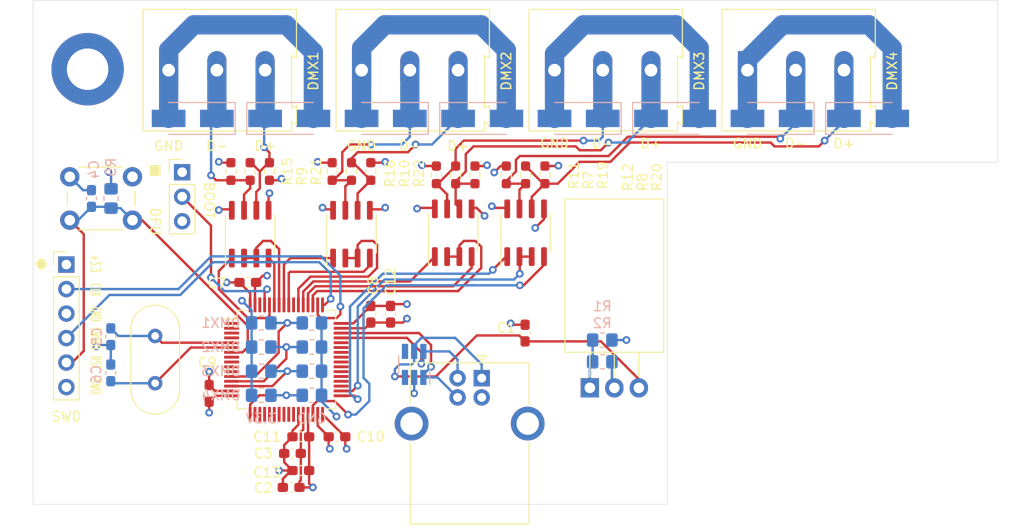
<source format=kicad_pcb>
(kicad_pcb (version 20211014) (generator pcbnew)
  (layers (0 "F.Cu" signal) (1 "In1.Cu" signal) (2 "In2.Cu" signal) (31 "B.Cu" signal) (34 "B.Paste" user) (35 "F.Paste" user) (36 "B.SilkS" user "B.Silkscreen") (37 "F.SilkS" user "F.Silkscreen") (38 "B.Mask" user) (39 "F.Mask" user) (44 "Edge.Cuts" user))
  (net 0 "")
  (net 1 "+5V")
  (net 2 "GND")
  (net 3 "NRST")
  (net 4 "/SWCLK")
  (net 5 "Net-(C5-Pad1)")
  (net 6 "Net-(C6-Pad1)")
  (net 7 "+3V3")
  (net 8 "Net-(D5-Pad1)")
  (net 9 "Net-(D6-Pad1)")
  (net 10 "Net-(D7-Pad1)")
  (net 11 "Net-(D8-Pad1)")
  (net 12 "Net-(D9-Pad1)")
  (net 13 "Net-(D10-Pad1)")
  (net 14 "Net-(D11-Pad1)")
  (net 15 "Net-(D12-Pad1)")
  (net 16 "/SWDIO")
  (net 17 "/SWO")
  (net 19 "Net-(JP1-Pad2)")
  (net 20 "Net-(R1-Pad1)")
  (net 21 "USB+")
  (net 22 "USB-")
  (net 38 "DMX2_TX")
  (net 39 "DMX2_RX")
  (net 40 "DMX2_DE")
  (net 50 "DMX4_TX")
  (net 51 "DMX4_RX")
  (net 52 "DMX4_DE")
  (net 54 "DMX1_TX")
  (net 55 "DMX1_RX")
  (net 56 "DMX3_DE")
  (net 57 "DMX3_TX")
  (net 58 "DMX3_RX")
  (net 59 "DMX1_DE")
  (net 63 "Net-(DMX1-Pad1)")
  (net 64 "Net-(DMX2-Pad1)")
  (net 65 "Net-(DMX3-Pad1)")
  (net 66 "Net-(DMX4-Pad1)")
  (footprint "Resistor_SMD:R_0603_1608Metric_Pad0.98x0.95mm_HandSolder" (layer "F.Cu") (at 74.55 93.35 -90)
    (fp_text reference "R7")
    (fp_text value "130")
  )
  (footprint "Resistor_SMD:R_0603_1608Metric_Pad0.98x0.95mm_HandSolder" (layer "F.Cu") (at 61.75 93 90)
    (fp_text reference "R16")
    (fp_text value "560")
  )
  (footprint "TerminalBlock:TerminalBlock_Altech_AK300-3_P5.00mm" (layer "F.Cu") (at 104.8 82.5)
    (fp_text reference "J4" hide)
    (fp_text value "DMX")
  )
  (footprint "TerminalBlock:TerminalBlock_Altech_AK300-3_P5.00mm" (layer "F.Cu") (at 84.8 82.5)
    (fp_text reference "J3" hide)
    (fp_text value "DMX")
  )
  (footprint "TerminalBlock:TerminalBlock_Altech_AK300-3_P5.00mm" (layer "F.Cu") (at 64.8 82.5)
    (fp_text reference "J6" hide)
    (fp_text value "DMX")
  )
  (footprint "Capacitor_SMD:C_0603_1608Metric_Pad1.08x0.95mm_HandSolder" (layer "F.Cu") (at 65.75 107.8 90)
    (fp_text reference "C8")
    (fp_text value "100nF")
  )
  (footprint "Capacitor_SMD:C_0603_1608Metric_Pad1.08x0.95mm_HandSolder" (layer "F.Cu") (at 58.5 120.5)
    (fp_text reference "C11")
    (fp_text value "10nF")
  )
  (footprint "Resistor_SMD:R_0603_1608Metric_Pad0.98x0.95mm_HandSolder" (layer "F.Cu") (at 65.75 93 90)
    (fp_text reference "R22")
    (fp_text value "560")
  )
  (footprint "Connector_PinHeader_2.54mm:PinHeader_1x06_P2.54mm_Vertical" (layer "F.Cu") (at 34.2 102.65)
    (fp_text reference "J8" hide)
    (fp_text value "SWD")
  )
  (footprint "TerminalBlock:TerminalBlock_Altech_AK300-3_P5.00mm" (layer "F.Cu") (at 44.8 82.5)
    (fp_text reference "J5" hide)
    (fp_text value "DMX")
  )
  (footprint "Capacitor_SMD:C_0603_1608Metric_Pad1.08x0.95mm_HandSolder" (layer "F.Cu") (at 67.8 107.8 90)
    (fp_text reference "C12")
    (fp_text value "4.7uF")
  )
  (footprint "MountingHole:MountingHole_3.2mm_M3" (layer "F.Cu") (at 36.8 123.2)
    (fp_text reference "REF**" hide)
    (fp_text value "MountingHole_3.2mm_M3")
  )
  (footprint "Connector_USB:USB_B_OST_USB-B1HSxx_Horizontal" (layer "F.Cu") (at 77.25 114.4225 -90)
    (fp_text reference "J7" hide)
    (fp_text value "USB_B")
  )
  (footprint "Resistor_SMD:R_0603_1608Metric_Pad0.98x0.95mm_HandSolder" (layer "F.Cu") (at 81.8 93.35 90)
    (fp_text reference "R8")
    (fp_text value "130")
  )
  (footprint "Button_Switch_THT:SW_PUSH_6mm" (layer "F.Cu") (at 34.55 93.55)
    (fp_text reference "SW1" hide)
    (fp_text value "SW_Push")
  )
  (footprint "Capacitor_SMD:C_0603_1608Metric_Pad1.08x0.95mm_HandSolder" (layer "F.Cu") (at 53 104.5 180)
    (fp_text reference "C7")
    (fp_text value "100nF")
  )
  (footprint "Capacitor_SMD:C_0603_1608Metric_Pad1.08x0.95mm_HandSolder" (layer "F.Cu") (at 81.75 109.75 90)
    (fp_text reference "C1")
    (fp_text value "1μF")
  )
  (footprint "Package_SO:SOIC-8_3.9x4.9mm_P1.27mm" (layer "F.Cu") (at 74.3 99.35 90)
    (fp_text reference "U6" hide)
    (fp_text value "MAX3440E")
  )
  (footprint "MountingHole:MountingHole_3.2mm_M3" (layer "F.Cu") (at 90.8 123.2)
    (fp_text reference "REF**" hide)
    (fp_text value "MountingHole_3.2mm_M3")
  )
  (footprint "Package_QFP:LQFP-64_10x10mm_P0.5mm" (layer "F.Cu") (at 57 112.5)
    (fp_text reference "U3" hide)
    (fp_text value "STM32G441RB")
  )
  (footprint "Capacitor_SMD:C_0603_1608Metric_Pad1.08x0.95mm_HandSolder" (layer "F.Cu") (at 62.25 120.5)
    (fp_text reference "C10")
    (fp_text value "100nF")
  )
  (footprint "Resistor_SMD:R_0603_1608Metric_Pad0.98x0.95mm_HandSolder" (layer "F.Cu") (at 55.25 93 -90)
    (fp_text reference "R21")
    (fp_text value "560")
  )
  (footprint "Capacitor_SMD:C_0603_1608Metric_Pad1.08x0.95mm_HandSolder" (layer "F.Cu") (at 57.636766 122.230094 180)
    (fp_text reference "C3")
    (fp_text value "100nF")
  )
  (footprint "Resistor_SMD:R_0603_1608Metric_Pad0.98x0.95mm_HandSolder" (layer "F.Cu") (at 63.75 93 90)
    (fp_text reference "R10")
    (fp_text value "130")
  )
  (footprint "Capacitor_SMD:C_0603_1608Metric_Pad1.08x0.95mm_HandSolder" (layer "F.Cu") (at 57.5 125.75 180)
    (fp_text reference "C2")
    (fp_text value "1uF")
  )
  (footprint "Resistor_SMD:R_0603_1608Metric_Pad0.98x0.95mm_HandSolder" (layer "F.Cu") (at 79.8 93.35 90)
    (fp_text reference "R12")
    (fp_text value "560")
  )
  (footprint "Package_SO:SOIC-8_3.9x4.9mm_P1.27mm" (layer "F.Cu") (at 63.75 99.5 90)
    (fp_text reference "U7" hide)
    (fp_text value "MAX3440E")
  )
  (footprint "Crystal:Crystal_HC18-U_Vertical" (layer "F.Cu") (at 43.4 110.05 -90)
    (fp_text reference "Y1" hide)
    (fp_text value "25MHz")
  )
  (footprint "Resistor_SMD:R_0603_1608Metric_Pad0.98x0.95mm_HandSolder" (layer "F.Cu") (at 83.8 93.35 -90)
    (fp_text reference "R20")
    (fp_text value "560")
  )
  (footprint "Resistor_SMD:R_0603_1608Metric_Pad0.98x0.95mm_HandSolder" (layer "F.Cu") (at 72.55 93.35 90)
    (fp_text reference "R11")
    (fp_text value "560")
  )
  (footprint "Resistor_SMD:R_0603_1608Metric_Pad0.98x0.95mm_HandSolder" (layer "F.Cu") (at 51.25 93 90)
    (fp_text reference "R15")
    (fp_text value "560")
  )
  (footprint "Capacitor_SMD:C_0603_1608Metric_Pad1.08x0.95mm_HandSolder" (layer "F.Cu") (at 49 116 -90)
    (fp_text reference "C9")
    (fp_text value "100nF")
  )
  (footprint "Capacitor_SMD:C_0603_1608Metric_Pad1.08x0.95mm_HandSolder" (layer "F.Cu") (at 58.5 124)
    (fp_text reference "C13")
    (fp_text value "1uF")
  )
  (footprint "Resistor_SMD:R_0603_1608Metric_Pad0.98x0.95mm_HandSolder" (layer "F.Cu") (at 76.55 93.35 -90)
    (fp_text reference "R19")
    (fp_text value "560")
  )
  (footprint "Package_SO:SOIC-8_3.9x4.9mm_P1.27mm" (layer "F.Cu") (at 81.8 99.35 90)
    (fp_text reference "U5" hide)
    (fp_text value "MAX3440E")
  )
  (footprint "Package_SO:SOIC-8_3.9x4.9mm_P1.27mm" (layer "F.Cu") (at 53.25 99.5 90)
    (fp_text reference "U8" hide)
    (fp_text value "MAX3440E")
  )
  (footprint "Resistor_SMD:R_0603_1608Metric_Pad0.98x0.95mm_HandSolder" (layer "F.Cu") (at 53.25 93 90)
    (fp_text reference "R9")
    (fp_text value "130")
  )
  (footprint "Package_TO_SOT_THT:TO-220-3_Horizontal_TabDown" (layer "F.Cu") (at 88.46 115.43)
    (fp_text reference "U2" hide)
    (fp_text value "LM317_3PinPackage")
  )
  (footprint "Connector_PinHeader_2.54mm:PinHeader_1x03_P2.54mm_Vertical" (layer "F.Cu") (at 46.2 93.075)
    (fp_text reference "JP1" hide)
    (fp_text value "Jumper_3_Bridged12")
  )
  (footprint "MountingHole:MountingHole_3.2mm_M3" (layer "F.Cu") (at 124 82.6)
    (fp_text reference "REF**" hide)
    (fp_text value "MountingHole_3.2mm_M3")
  )
  (footprint "Resistor_SMD:R_0805_2012Metric_Pad1.20x1.40mm_HandSolder" (layer "B.Cu") (at 59.65 113.7)
    (fp_text reference "DMX3")
    (fp_text value "0")
  )
  (footprint "Resistor_SMD:R_0805_2012Metric_Pad1.20x1.40mm_HandSolder" (layer "B.Cu") (at 89.75 112.725)
    (fp_text reference "R2")
    (fp_text value "240")
  )
  (footprint "Resistor_SMD:R_0805_2012Metric_Pad1.20x1.40mm_HandSolder" (layer "B.Cu") (at 59.65 108.7)
    (fp_text reference "DMX1")
    (fp_text value "0")
  )
  (footprint "Resistor_SMD:R_0805_2012Metric_Pad1.20x1.40mm_HandSolder" (layer "B.Cu") (at 54.4 113.7)
    (fp_text reference "R4" hide)
    (fp_text value "R")
  )
  (footprint "Resistor_SMD:R_0805_2012Metric_Pad1.20x1.40mm_HandSolder" (layer "B.Cu") (at 38.83 95.8 -90)
    (fp_text reference "R5")
    (fp_text value "4K7")
  )
  (footprint "Resistor_SMD:R_0805_2012Metric_Pad1.20x1.40mm_HandSolder" (layer "B.Cu") (at 59.65 111.2)
    (fp_text reference "DMX2")
    (fp_text value "0")
  )
  (footprint "Capacitor_SMD:C_0603_1608Metric_Pad1.08x0.95mm_HandSolder" (layer "B.Cu") (at 36.8 95.8 90)
    (fp_text reference "C4")
    (fp_text value "100nF")
  )
  (footprint "Resistor_SMD:R_0805_2012Metric_Pad1.20x1.40mm_HandSolder" (layer "B.Cu") (at 54.4 116.2)
    (fp_text reference "R3" hide)
    (fp_text value "R")
  )
  (footprint "Diode_SMD:D_SMA_Handsoldering" (layer "B.Cu") (at 77.3 87.5)
    (fp_text reference "D11" hide)
    (fp_text value "D_TVS")
  )
  (footprint "Capacitor_SMD:C_0603_1608Metric_Pad1.08x0.95mm_HandSolder" (layer "B.Cu") (at 38.8 110.125 -90)
    (fp_text reference "C5")
    (fp_text value "20pF")
  )
  (footprint "Diode_SMD:D_SMA_Handsoldering" (layer "B.Cu") (at 117.3 87.5)
    (fp_text reference "D7" hide)
    (fp_text value "D_TVS")
  )
  (footprint "Diode_SMD:D_SMA_Handsoldering" (layer "B.Cu") (at 47.3 87.5 180)
    (fp_text reference "D10" hide)
    (fp_text value "D_TVS")
  )
  (footprint "Resistor_SMD:R_0805_2012Metric_Pad1.20x1.40mm_HandSolder" (layer "B.Cu") (at 89.75 110.475)
    (fp_text reference "R1")
    (fp_text value "390")
  )
  (footprint "Diode_SMD:D_SMA_Handsoldering" (layer "B.Cu") (at 57.3 87.5)
    (fp_text reference "D9" hide)
    (fp_text value "D_TVS")
  )
  (footprint "Diode_SMD:D_SMA_Handsoldering" (layer "B.Cu") (at 107.3 87.5 180)
    (fp_text reference "D8" hide)
    (fp_text value "D_TVS")
  )
  (footprint "Capacitor_SMD:C_0603_1608Metric_Pad1.08x0.95mm_HandSolder" (layer "B.Cu") (at 38.8 113.875 90)
    (fp_text reference "C6")
    (fp_text value "20pF")
  )
  (footprint "MountingHole:MountingHole_4.3mm_M4_DIN965_Pad" (layer "B.Cu") (at 36.4 82.4 180)
    (fp_text reference "J9" hide)
    (fp_text value "Conn_01x01")
  )
  (footprint "Diode_SMD:D_SMA_Handsoldering" (layer "B.Cu") (at 67.3 87.5 180)
    (fp_text reference "D12" hide)
    (fp_text value "D_TVS")
  )
  (footprint "Resistor_SMD:R_0805_2012Metric_Pad1.20x1.40mm_HandSolder" (layer "B.Cu") (at 54.4 111.2)
    (fp_text reference "R6" hide)
    (fp_text value "R")
  )
  (footprint "Resistor_SMD:R_0805_2012Metric_Pad1.20x1.40mm_HandSolder" (layer "B.Cu") (at 54.4 108.7)
    (fp_text reference "R13" hide)
    (fp_text value "R")
  )
  (footprint "Package_TO_SOT_SMD:SOT-23-6_Handsoldering" (layer "B.Cu") (at 70.25 113 90)
    (fp_text reference "U1" hide)
    (fp_text value "ESDALD05UD4")
  )
  (footprint "Diode_SMD:D_SMA_Handsoldering" (layer "B.Cu") (at 87.3 87.5 180)
    (fp_text reference "D6" hide)
    (fp_text value "D_TVS")
  )
  (footprint "Resistor_SMD:R_0805_2012Metric_Pad1.20x1.40mm_HandSolder" (layer "B.Cu") (at 59.65 116.2)
    (fp_text reference "DMX4")
    (fp_text value "0")
  )
  (footprint "Diode_SMD:D_SMA_Handsoldering" (layer "B.Cu") (at 97.3 87.5)
    (fp_text reference "D5" hide)
    (fp_text value "D_TVS")
  )
  (gr_rect (start 42.902046 92.4) (end 43.897955 93.4) (layer "F.SilkS") (width 0.12) (fill solid))
  (gr_circle (center 31.6 102.6) (end 32.095909 102.6) (layer "F.SilkS") (width 0.12) (fill solid))
  (gr_poly (pts (xy 30.75 75.25) (xy 130.75 75.25) (xy 130.75 92.05) (xy 96.5 92.05) (xy 96.5 127.5) (xy 30.75 127.5)) (layer "Edge.Cuts") (width 0.05) (fill none))
  (gr_text "3.3V" (at 54.4 118.6) (layer "B.SilkS") (effects (font (size 1 1)) (justify mirror)))
  (gr_text "GND" (at 59.65 118.6) (layer "B.SilkS") (effects (font (size 1 1)) (justify mirror)))
  (gr_text "D+" (at 114.8 90.1) (layer "F.SilkS") (effects (font (size 1 1))))
  (gr_text "D+" (at 94.8 90.1) (layer "F.SilkS") (effects (font (size 1 1))))
  (gr_text "D-" (at 49.8 90.35) (layer "F.SilkS") (effects (font (size 1 1))))
  (gr_text "D+" (at 54.8 90.35) (layer "F.SilkS") (effects (font (size 1 1))))
  (gr_text "SWO" (at 37.2 115.3 270) (layer "F.SilkS") (effects (font (size 1 0.5) (thickness 0.125))))
  (gr_text "GND" (at 104.8 90.1) (layer "F.SilkS") (effects (font (size 1 1))))
  (gr_text "SWDIO" (at 37.2 110.3 270) (layer "F.SilkS") (effects (font (size 1 0.5) (thickness 0.125))))
  (gr_text "DMX3" (at 99.8 82.6 90) (layer "F.SilkS") (effects (font (size 1 1))))
  (gr_text "SWD" (at 34.2 118.4) (layer "F.SilkS") (effects (font (size 1 1))))
  (gr_text "D+" (at 74.8 90.35) (layer "F.SilkS") (effects (font (size 1 1))))
  (gr_text "D-" (at 69.8 90.35) (layer "F.SilkS") (effects (font (size 1 1))))
  (gr_text "D-" (at 89.8 90.1) (layer "F.SilkS") (effects (font (size 1 1))))
  (gr_text "D-" (at 109.8 90.1) (layer "F.SilkS") (effects (font (size 1 1))))
  (gr_text "+3.3" (at 37.2 102.55 270) (layer "F.SilkS") (effects (font (size 1 0.5) (thickness 0.125))))
  (gr_text "GND" (at 44.8 90.35) (layer "F.SilkS") (effects (font (size 1 1))))
  (gr_text "GND" (at 64.8 90.35) (layer "F.SilkS") (effects (font (size 1 1))))
  (gr_text "DFU\n" (at 43.4 98.2 270) (layer "F.SilkS") (effects (font (size 1 1))))
  (gr_text "DMX4" (at 119.8 82.6 90) (layer "F.SilkS") (effects (font (size 1 1))))
  (gr_text "GND" (at 84.8 90.1) (layer "F.SilkS") (effects (font (size 1 1))))
  (gr_text "GND" (at 37.2 107.8 270) (layer "F.SilkS") (effects (font (size 1 0.5) (thickness 0.125))))
  (gr_text "DMX2" (at 79.8 82.6 90) (layer "F.SilkS") (effects (font (size 1 1))))
  (gr_text "RST" (at 37.2 112.8 270) (layer "F.SilkS") (effects (font (size 1 0.5) (thickness 0.125))))
  (gr_text "CLK" (at 37.2 105.3 270) (layer "F.SilkS") (effects (font (size 1 0.5) (thickness 0.125))))
  (gr_text "BOOT" (at 49 96 270) (layer "F.SilkS") (effects (font (size 1 1))))
  (gr_text "DMX1" (at 59.8 82.6 90) (layer "F.SilkS") (effects (font (size 1 1))))
  (segment (start 76.75 110) (end 81.1375 110) (width 0.25) (layer "F.Cu") (net 1))
  (segment (start 93.54 114.54) (end 93.54 115.43) (width 0.25) (layer "F.Cu") (net 1))
  (segment (start 72.5 114.25) (end 76.75 110) (width 0.25) (layer "F.Cu") (net 1))
  (segment (start 81.1375 110) (end 81.75 110.6125) (width 0.25) (layer "F.Cu") (net 1))
  (segment (start 68.25 114.25) (end 72.5 114.25) (width 0.25) (layer "F.Cu") (net 1))
  (segment (start 89.6125 110.6125) (end 93.54 114.54) (width 0.25) (layer "F.Cu") (net 1))
  (segment (start 81.75 110.6125) (end 89.6125 110.6125) (width 0.25) (layer "F.Cu") (net 1))
  (via (at 68.25 114.25) (size 0.8) (drill 0.4) (layers "F.Cu" "B.Cu") (net 1))
  (segment (start 71 110.25) (end 74.5 110.25) (width 0.25) (layer "B.Cu") (net 1))
  (segment (start 74.5 110.25) (end 77.25 113) (width 0.25) (layer "B.Cu") (net 1))
  (segment (start 77.25 113) (end 77.25 114.4225) (width 0.25) (layer "B.Cu") (net 1))
  (segment (start 70 113) (end 70.25 112.75) (width 0.25) (layer "B.Cu") (net 1))
  (segment (start 68.75 113) (end 70 113) (width 0.25) (layer "B.Cu") (net 1))
  (segment (start 70.25 111) (end 71 110.25) (width 0.25) (layer "B.Cu") (net 1))
  (segment (start 68.25 114.25) (end 68.25 113.5) (width 0.25) (layer "B.Cu") (net 1))
  (segment (start 70.25 111.65) (end 70.25 111) (width 0.25) (layer "B.Cu") (net 1))
  (segment (start 70.25 112.75) (end 70.25 111.65) (width 0.25) (layer "B.Cu") (net 1))
  (segment (start 68.25 113.5) (end 68.75 113) (width 0.25) (layer "B.Cu") (net 1))
  (segment (start 67.8 108.6625) (end 69.0875 108.6625) (width 0.25) (layer "F.Cu") (net 2))
  (segment (start 65.75 108.6625) (end 67.8 108.6625) (width 0.25) (layer "F.Cu") (net 2))
  (segment (start 55.155 96.925) (end 55.155 95.345) (width 0.25) (layer "F.Cu") (net 2))
  (segment (start 55.155 95.345) (end 55.25 95.25) (width 0.25) (layer "F.Cu") (net 2))
  (segment (start 71.05 92.35) (end 71.1375 92.4375) (width 0.25) (layer "F.Cu") (net 2))
  (segment (start 71.1375 92.4375) (end 72.55 92.4375) (width 0.25) (layer "F.Cu") (net 2))
  (segment (start 54.5625 103.8) (end 53.8625 104.5) (width 0.25) (layer "F.Cu") (net 2))
  (segment (start 57.6375 124) (end 56.25 124) (width 0.25) (layer "F.Cu") (net 2))
  (segment (start 60.3375 92.0875) (end 60.25 92) (width 0.25) (layer "F.Cu") (net 2))
  (segment (start 57.6375 119.8625) (end 57.6375 120.5) (width 0.25) (layer "F.Cu") (net 2))
  (segment (start 56.774266 123.136766) (end 57.6375 124) (width 0.25) (layer "F.Cu") (net 2))
  (segment (start 79.8 92.4375) (end 79.2125 92.4375) (width 0.25) (layer "F.Cu") (net 2))
  (segment (start 49 115.1375) (end 49 113.75) (width 0.25) (layer "F.Cu") (net 2))
  (segment (start 61.3875 121.6375) (end 61.5 121.75) (width 0.25) (layer "F.Cu") (net 2))
  (segment (start 65.655 96.925) (end 67.075 96.925) (width 0.25) (layer "F.Cu") (net 2))
  (segment (start 57.6375 124) (end 57.5 124) (width 0.25) (layer "F.Cu") (net 2))
  (segment (start 51.25 92.0875) (end 50.0875 92.0875) (width 0.25) (layer "F.Cu") (net 2))
  (segment (start 53.75 106.825) (end 53.75 104.6125) (width 0.25) (layer "F.Cu") (net 2))
  (segment (start 58.25 118.175) (end 58.25 119.25) (width 0.25) (layer "F.Cu") (net 2))
  (segment (start 56.774266 121.363234) (end 57.6375 120.5) (width 0.25) (layer "F.Cu") (net 2))
  (segment (start 60.25 118.175) (end 60.25 119.3625) (width 0.25) (layer "F.Cu") (net 2))
  (segment (start 83.705 97.945) (end 83.705 96.775) (width 0.25) (layer "F.Cu") (net 2))
  (segment (start 60.25 119.3625) (end 61.3875 120.5) (width 0.25) (layer "F.Cu") (net 2))
  (segment (start 51.325 115.75) (end 49.6125 115.75) (width 0.25) (layer "F.Cu") (net 2))
  (segment (start 56.774266 122.230094) (end 56.774266 121.363234) (width 0.25) (layer "F.Cu") (net 2))
  (segment (start 55 103.8) (end 54.5625 103.8) (width 0.25) (layer "F.Cu") (net 2))
  (segment (start 67.075 96.925) (end 67.25 96.75) (width 0.25) (layer "F.Cu") (net 2))
  (segment (start 76.725 96.775) (end 77.55 97.6) (width 0.25) (layer "F.Cu") (net 2))
  (segment (start 81.75 108.8875) (end 80.3875 108.8875) (width 0.25) (layer "F.Cu") (net 2))
  (segment (start 62.675 109.25) (end 65.1625 109.25) (width 0.25) (layer "F.Cu") (net 2))
  (segment (start 69.0875 108.6625) (end 69.5 108.25) (width 0.25) (layer "F.Cu") (net 2))
  (segment (start 65.1625 109.25) (end 65.75 108.6625) (width 0.25) (layer "F.Cu") (net 2))
  (segment (start 76.205 96.775) (end 76.725 96.775) (width 0.25) (layer "F.Cu") (net 2))
  (segment (start 53.75 104.6125) (end 53.8625 104.5) (width 0.25) (layer "F.Cu") (net 2))
  (segment (start 56.774266 122.230094) (end 56.774266 123.136766) (width 0.25) (layer "F.Cu") (net 2))
  (segment (start 79.2125 92.4375) (end 78.55 93.1) (width 0.25) (layer "F.Cu") (net 2))
  (segment (start 58.25 119.25) (end 57.6375 119.8625) (width 0.25) (layer "F.Cu") (net 2))
  (segment (start 80.3875 108.8875) (end 80.25 108.75) (width 0.25) (layer "F.Cu") (net 2))
  (segment (start 49.6125 115.75) (end 49 115.1375) (width 0.25) (layer "F.Cu") (net 2))
  (segment (start 56.6375 124.8625) (end 56.6375 125.75) (width 0.25) (layer "F.Cu") (net 2))
  (segment (start 82.8 98.85) (end 83.705 97.945) (width 0.25) (layer "F.Cu") (net 2))
  (segment (start 50.0875 92.0875) (end 50 92) (width 0.25) (layer "F.Cu") (net 2))
  (segment (start 61.3875 120.5) (end 61.3875 121.6375) (width 0.25) (layer "F.Cu") (net 2))
  (segment (start 61.75 92.0875) (end 60.3375 92.0875) (width 0.25) (layer "F.Cu") (net 2))
  (segment (start 57.5 124) (end 56.6375 124.8625) (width 0.25) (layer "F.Cu") (net 2))
  (via (at 69.5 108.25) (size 0.8) (drill 0.4) (layers "F.Cu" "B.Cu") (net 2))
  (via (at 70.25 116) (size 0.8) (drill 0.4) (layers "F.Cu" "B.Cu") (net 2))
  (via (at 60.25 92) (size 0.8) (drill 0.4) (layers "F.Cu" "B.Cu") (net 2))
  (via (at 62.2 118.4) (size 0.8) (drill 0.4) (layers "F.Cu" "B.Cu") (net 2))
  (via (at 82.8 98.85) (size 0.8) (drill 0.4) (layers "F.Cu" "B.Cu") (net 2))
  (via (at 92.25 110.475) (size 0.8) (drill 0.4) (layers "F.Cu" "B.Cu") (net 2))
  (via (at 56.25 124) (size 0.8) (drill 0.4) (layers "F.Cu" "B.Cu") (net 2))
  (via (at 61.5 121.75) (size 0.8) (drill 0.4) (layers "F.Cu" "B.Cu") (net 2))
  (via (at 77.55 97.6) (size 0.8) (drill 0.4) (layers "F.Cu" "B.Cu") (net 2))
  (via (at 80.25 108.75) (size 0.8) (drill 0.4) (layers "F.Cu" "B.Cu") (net 2))
  (via (at 37.3 111.125) (size 0.8) (drill 0.4) (layers "F.Cu" "B.Cu") (net 2))
  (via (at 50 92) (size 0.8) (drill 0.4) (layers "F.Cu" "B.Cu") (net 2))
  (via (at 78.55 93.1) (size 0.8) (drill 0.4) (layers "F.Cu" "B.Cu") (net 2))
  (via (at 67.25 96.75) (size 0.8) (drill 0.4) (layers "F.Cu" "B.Cu") (net 2))
  (via (at 55 103.8) (size 0.8) (drill 0.4) (layers "F.Cu" "B.Cu") (net 2))
  (via (at 55.25 95.25) (size 0.8) (drill 0.4) (layers "F.Cu" "B.Cu") (net 2))
  (via (at 71.05 92.35) (size 0.8) (drill 0.4) (layers "F.Cu" "B.Cu") (net 2))
  (via (at 49 113.75) (size 0.8) (drill 0.4) (layers "F.Cu" "B.Cu") (net 2))
  (segment (start 38.8 110.9875) (end 37.4375 110.9875) (width 0.25) (layer "B.Cu") (net 2))
  (segment (start 60.65 113.7) (end 60.65 111.2) (width 0.25) (layer "B.Cu") (net 2))
  (segment (start 64.8 82.5) (end 64.8 80.2) (width 2) (layer "B.Cu") (net 2))
  (segment (start 104.8 81.4) (end 108.4 77.8) (width 2) (layer "B.Cu") (net 2))
  (segment (start 60.65 116.2) (end 60.65 113.7) (width 0.25) (layer "B.Cu") (net 2))
  (segment (start 37.4375 110.9875) (end 37.3 111.125) (width 0.25) (layer "B.Cu") (net 2))
  (segment (start 99.8 80.2) (end 99.8 87.5) (width 2) (layer "B.Cu") (net 2))
  (segment (start 90.75 110.475) (end 92.25 110.475) (width 0.25) (layer "B.Cu") (net 2))
  (segment (start 67.2 77.8) (end 77.2 77.8) (width 2) (layer "B.Cu") (net 2))
  (segment (start 60.65 111.2) (end 60.65 108.7) (width 0.25) (layer "B.Cu") (net 2))
  (segment (start 35.9375 94.9375) (end 36.8 94.9375) (width 0.25) (layer "B.Cu") (net 2))
  (segment (start 60.65 116.85) (end 62.2 118.4) (width 0.25) (layer "B.Cu") (net 2))
  (segment (start 84.8 87.5) (end 84.8 82.5) (width 2) (layer "B.Cu") (net 2))
  (segment (start 84.8 82.5) (end 84.8 80.8) (width 2) (layer "B.Cu") (net 2))
  (segment (start 79.8 80.4) (end 79.8 87.5) (width 2) (layer "B.Cu") (net 2))
  (segment (start 57 77.8) (end 47.4 77.8) (width 2) (layer "B.Cu") (net 2))
  (segment (start 64.8 87.5) (end 64.8 82.5) (width 2) (layer "B.Cu") (net 2))
  (segment (start 77.2 77.8) (end 79.8 80.4) (width 2) (layer "B.Cu") (net 2))
  (segment (start 64.8 80.2) (end 67.2 77.8) (width 2) (layer "B.Cu") (net 2))
  (segment (start 44.8 87.5) (end 44.8 82.5) (width 2) (layer "B.Cu") (net 2))
  (segment (start 84.8 80.8) (end 87.8 77.8) (width 2) (layer "B.Cu") (net 2))
  (segment (start 34.55 93.55) (end 35.9375 94.9375) (width 0.25) (layer "B.Cu") (net 2))
  (segment (start 70.25 114.35) (end 70.25 116) (width 0.25) (layer "B.Cu") (net 2))
  (segment (start 104.8 82.5) (end 104.8 81.4) (width 2) (layer "B.Cu") (net 2))
  (segment (start 59.8 80.6) (end 57 77.8) (width 2) (layer "B.Cu") (net 2))
  (segment (start 117.4 77.8) (end 119.8 80.2) (width 2) (layer "B.Cu") (net 2))
  (segment (start 104.8 87.5) (end 104.8 82.5) (width 2) (layer "B.Cu") (net 2))
  (segment (start 119.8 80.2) (end 119.8 87.5) (width 2) (layer "B.Cu") (net 2))
  (segment (start 108.4 77.8) (end 117.4 77.8) (width 2) (layer "B.Cu") (net 2))
  (segment (start 59.8 87.5) (end 59.8 80.6) (width 2) (layer "B.Cu") (net 2))
  (segment (start 87.8 77.8) (end 97.4 77.8) (width 2) (layer "B.Cu") (net 2))
  (segment (start 60.65 116.2) (end 60.65 116.85) (width 0.25) (layer "B.Cu") (net 2))
  (segment (start 47.4 77.8) (end 44.8 80.4) (width 2) (layer "B.Cu") (net 2))
  (segment (start 38.8 113.0125) (end 38.8 110.9875) (width 0.25) (layer "B.Cu") (net 2))
  (segment (start 44.8 80.4) (end 44.8 82.5) (width 2) (layer "B.Cu") (net 2))
  (segment (start 97.4 77.8) (end 99.8 80.2) (width 2) (layer "B.Cu") (net 2))
  (segment (start 34.55 98.05) (end 36 99.5) (width 0.25) (layer "F.Cu") (net 3))
  (segment (start 36 99.5) (end 36 111.6) (width 0.25) (layer "F.Cu") (net 3))
  (segment (start 42.05 98.05) (end 41.05 98.05) (width 0.25) (layer "F.Cu") (net 3))
  (segment (start 34.79 112.81) (end 34.2 112.81) (width 0.25) (layer "F.Cu") (net 3))
  (segment (start 36 111.6) (end 34.79 112.81) (width 0.25) (layer "F.Cu") (net 3))
  (segment (start 53 109) (end 42.05 98.05) (width 0.25) (layer "F.Cu") (net 3))
  (segment (start 53 111.2) (end 53 109) (width 0.25) (layer "F.Cu") (net 3))
  (segment (start 51.325 111.75) (end 52.45 111.75) (width 0.25) (layer "F.Cu") (net 3))
  (segment (start 52.45 111.75) (end 53 111.2) (width 0.25) (layer "F.Cu") (net 3))
  (segment (start 36.8 96.6625) (end 38.6925 96.6625) (width 0.25) (layer "B.Cu") (net 3))
  (segment (start 34.55 98.05) (end 35.4125 98.05) (width 0.25) (layer "B.Cu") (net 3))
  (segment (start 38.6925 96.6625) (end 38.83 96.8) (width 0.25) (layer "B.Cu") (net 3))
  (segment (start 35.4125 98.05) (end 36.8 96.6625) (width 0.25) (layer "B.Cu") (net 3))
  (segment (start 38.83 96.8) (end 39.8 96.8) (width 0.25) (layer "B.Cu") (net 3))
  (segment (start 39.8 96.8) (end 41.05 98.05) (width 0.25) (layer "B.Cu") (net 3))
  (segment (start 62.6 107.8) (end 62.2 108.2) (width 0.25) (layer "F.Cu") (net 4))
  (segment (start 60.25 107.85) (end 60.25 106.825) (width 0.25) (layer "F.Cu") (net 4))
  (segment (start 60.6 108.2) (end 60.25 107.85) (width 0.25) (layer "F.Cu") (net 4))
  (segment (start 62.6 107) (end 62.6 107.8) (width 0.25) (layer "F.Cu") (net 4))
  (segment (start 62.2 108.2) (end 60.6 108.2) (width 0.25) (layer "F.Cu") (net 4))
  (via (at 62.6 107) (size 0.8) (drill 0.4) (layers "F.Cu" "B.Cu") (net 4))
  (segment (start 62.6 103.8) (end 62.6 107) (width 0.25) (layer "B.Cu") (net 4))
  (segment (start 45.81 105.19) (end 49.2 101.8) (width 0.25) (layer "B.Cu") (net 4))
  (segment (start 34.2 105.19) (end 45.81 105.19) (width 0.25) (layer "B.Cu") (net 4))
  (segment (start 49.2 101.8) (end 60.6 101.8) (width 0.25) (layer "B.Cu") (net 4))
  (segment (start 60.6 101.8) (end 62.6 103.8) (width 0.25) (layer "B.Cu") (net 4))
  (segment (start 43.4 110.05) (end 44.1 110.75) (width 0.25) (layer "F.Cu") (net 5))
  (segment (start 44.1 110.75) (end 51.325 110.75) (width 0.25) (layer "F.Cu") (net 5))
  (segment (start 39.5875 110.05) (end 38.8 109.2625) (width 0.25) (layer "B.Cu") (net 5))
  (segment (start 43.4 110.05) (end 39.5875 110.05) (width 0.25) (layer "B.Cu") (net 5))
  (segment (start 47.1 111.25) (end 43.4 114.95) (width 0.25) (layer "F.Cu") (net 6))
  (segment (start 51.325 111.25) (end 47.1 111.25) (width 0.25) (layer "F.Cu") (net 6))
  (segment (start 39.0125 114.95) (end 38.8 114.7375) (width 0.25) (layer "B.Cu") (net 6))
  (segment (start 43.4 114.95) (end 39.0125 114.95) (width 0.25) (layer "B.Cu") (net 6))
  (segment (start 65.75 106.9375) (end 67.8 106.9375) (width 0.25) (layer "F.Cu") (net 7))
  (segment (start 51.325 116.25) (end 49.6125 116.25) (width 0.25) (layer "F.Cu") (net 7))
  (segment (start 53.25 105.6125) (end 52.1375 104.5) (width 0.25) (layer "F.Cu") (net 7))
  (segment (start 50.075 96.925) (end 50 97) (width 0.25) (layer "F.Cu") (net 7))
  (segment (start 78.475 96.775) (end 78.3 96.6) (width 0.25) (layer "F.Cu") (net 7))
  (segment (start 56.3375 93.9125) (end 56.5 93.75) (width 0.25) (layer "F.Cu") (net 7))
  (segment (start 53.25 106.825) (end 53.25 105.6125) (width 0.25) (layer "F.Cu") (net 7))
  (segment (start 72.395 96.775) (end 70.625 96.775) (width 0.25) (layer "F.Cu") (net 7))
  (segment (start 52.1375 104.5) (end 50.8 104.5) (width 0.25) (layer "F.Cu") (net 7))
  (segment (start 76.55 92.4375) (end 77.7125 92.4375) (width 0.25) (layer "F.Cu") (net 7))
  (segment (start 63.1125 121.6125) (end 63.25 121.75) (width 0.25) (layer "F.Cu") (net 7))
  (segment (start 63.1125 120.5) (end 63.1125 121.6125) (width 0.25) (layer "F.Cu") (net 7))
  (segment (start 59.3625 124) (end 59.3625 125.3625) (width 0.25) (layer "F.Cu") (net 7))
  (segment (start 49 116.8625) (end 49 118) (width 0.25) (layer "F.Cu") (net 7))
  (segment (start 63.9375 108.75) (end 65.75 106.9375) (width 0.25) (layer "F.Cu") (net 7))
  (segment (start 79.895 96.775) (end 78.475 96.775) (width 0.25) (layer "F.Cu") (net 7))
  (segment (start 85.1625 92.4375) (end 85.2 92.4) (width 0.25) (layer "F.Cu") (net 7))
  (segment (start 60.925 96.925) (end 60.75 96.75) (width 0.25) (layer "F.Cu") (net 7))
  (segment (start 58.3625 125.75) (end 59.75 125.75) (width 0.25) (layer "F.Cu") (net 7))
  (segment (start 49.6125 116.25) (end 49 116.8625) (width 0.25) (layer "F.Cu") (net 7))
  (segment (start 55.25 93.9125) (end 56.3375 93.9125) (width 0.25) (layer "F.Cu") (net 7))
  (segment (start 59.25 118.175) (end 59.25 120.3875) (width 0.25) (layer "F.Cu") (net 7))
  (segment (start 58.5 120) (end 58.5 122.22936) (width 0.25) (layer "F.Cu") (net 7))
  (segment (start 51.345 96.925) (end 50.075 96.925) (width 0.25) (layer "F.Cu") (net 7))
  (segment (start 58.5 122.22936) (end 58.499266 122.230094) (width 0.25) (layer "F.Cu") (net 7))
  (segment (start 63.075 120.5) (end 63.1125 120.5) (width 0.25) (layer "F.Cu") (net 7))
  (segment (start 58.3625 125.1375) (end 58.5 125) (width 0.25) (layer "F.Cu") (net 7))
  (segment (start 60.75 118.175) (end 63.075 120.5) (width 0.25) (layer "F.Cu") (net 7))
  (segment (start 58.3625 125.75) (end 58.3625 125.1375) (width 0.25) (layer "F.Cu") (net 7))
  (segment (start 70.625 96.775) (end 70.55 96.85) (width 0.25) (layer "F.Cu") (net 7))
  (segment (start 67.8 106.9375) (end 67.9875 106.75) (width 0.25) (layer "F.Cu") (net 7))
  (segment (start 58.5 125) (end 58.5 122.230828) (width 0.25) (layer "F.Cu") (net 7))
  (segment (start 67.9875 106.75) (end 69.5 106.75) (width 0.25) (layer "F.Cu") (net 7))
  (segment (start 58.75 119.75) (end 58.5 120) (width 0.25) (layer "F.Cu") (net 7))
  (segment (start 65.75 92.0875) (end 67.1625 92.0875) (width 0.25) (layer "F.Cu") (net 7))
  (segment (start 58.5 122.230828) (end 58.499266 122.230094) (width 0.25) (layer "F.Cu") (net 7))
  (segment (start 62.675 108.75) (end 63.9375 108.75) (width 0.25) (layer "F.Cu") (net 7))
  (segment (start 59.3625 125.3625) (end 59.75 125.75) (width 0.25) (layer "F.Cu") (net 7))
  (segment (start 67.1625 92.0875) (end 67.25 92) (width 0.25) (layer "F.Cu") (net 7))
  (segment (start 83.8 92.4375) (end 85.1625 92.4375) (width 0.25) (layer "F.Cu") (net 7))
  (segment (start 59.25 120.3875) (end 59.3625 120.5) (width 0.25) (layer "F.Cu") (net 7))
  (segment (start 61.845 96.925) (end 60.925 96.925) (width 0.25) (layer "F.Cu") (net 7))
  (segment (start 77.7125 92.4375) (end 77.8 92.35) (width 0.25) (layer "F.Cu") (net 7))
  (segment (start 58.75 118.175) (end 58.75 119.75) (width 0.25) (layer "F.Cu") (net 7))
  (segment (start 59.3625 124) (end 59.3625 120.5) (width 0.25) (layer "F.Cu") (net 7))
  (via (at 78.3 96.6) (size 0.8) (drill 0.4) (layers "F.Cu" "B.Cu") (net 7))
  (via (at 56.5 93.75) (size 0.8) (drill 0.4) (layers "F.Cu" "B.Cu") (net 7))
  (via (at 60.75 96.75) (size 0.8) (drill 0.4) (layers "F.Cu" "B.Cu") (net 7))
  (via (at 38.55 93.05) (size 0.8) (drill 0.4) (layers "F.Cu" "B.Cu") (net 7))
  (via (at 49 118) (size 0.8) (drill 0.4) (layers "F.Cu" "B.Cu") (net 7))
  (via (at 70.55 96.85) (size 0.8) (drill 0.4) (layers "F.Cu" "B.Cu") (net 7))
  (via (at 77.8 92.35) (size 0.8) (drill 0.4) (layers "F.Cu" "B.Cu") (net 7))
  (via (at 85.2 92.4) (size 0.8) (drill 0.4) (layers "F.Cu" "B.Cu") (net 7))
  (via (at 50 97) (size 0.8) (drill 0.4) (layers "F.Cu" "B.Cu") (net 7))
  (via (at 52.4 106.4) (size 0.8) (drill 0.4) (layers "F.Cu" "B.Cu") (net 7))
  (via (at 50.8 104.5) (size 0.8) (drill 0.4) (layers "F.Cu" "B.Cu") (net 7))
  (via (at 69.5 106.75) (size 0.8) (drill 0.4) (layers "F.Cu" "B.Cu") (net 7))
  (via (at 67.25 92) (size 0.8) (drill 0.4) (layers "F.Cu" "B.Cu") (net 7))
  (via (at 63.25 121.75) (size 0.8) (drill 0.4) (layers "F.Cu" "B.Cu") (net 7))
  (via (at 59.75 125.75) (size 0.8) (drill 0.4) (layers "F.Cu" "B.Cu") (net 7))
  (segment (start 38.83 93.33) (end 38.55 93.05) (width 0.25) (layer "B.Cu") (net 7))
  (segment (start 90.75 115.205) (end 91 115.455) (width 0.25) (layer "B.Cu") (net 7))
  (segment (start 53.4 108.7) (end 53.4 107.4) (width 0.25) (layer "B.Cu") (net 7))
  (segment (start 53.4 113.7) (end 53.4 111.2) (width 0.25) (layer "B.Cu") (net 7))
  (segment (start 53.4 116.2) (end 53.4 113.7) (width 0.25) (layer "B.Cu") (net 7))
  (segment (start 53.4 107.4) (end 52.4 106.4) (width 0.25) (layer "B.Cu") (net 7))
  (segment (start 38.83 94.8) (end 38.83 93.33) (width 0.25) (layer "B.Cu") (net 7))
  (segment (start 90.75 112.725) (end 90.75 115.205) (width 0.25) (layer "B.Cu") (net 7))
  (segment (start 53.4 111.2) (end 53.4 108.7) (width 0.25) (layer "B.Cu") (net 7))
  (segment (start 74.55 96.39) (end 74.935 96.775) (width 0.25) (layer "F.Cu") (net 8))
  (segment (start 75.6 91.6) (end 75.6 91.2) (width 0.25) (layer "F.Cu") (net 8))
  (segment (start 87.4 90.8) (end 88.2 90.8) (width 0.25) (layer "F.Cu") (net 8))
  (segment (start 87 90.4) (end 87.4 90.8) (width 0.25) (layer "F.Cu") (net 8))
  (segment (start 75.6 91.2) (end 76.4 90.4) (width 0.25) (layer "F.Cu") (net 8))
  (segment (start 74.55 94.2625) (end 74.55 96.39) (width 0.25) (layer "F.Cu") (net 8))
  (segment (start 74.55 94.2625) (end 74.55 94.25) (width 0.25) (layer "F.Cu") (net 8))
  (segment (start 88.2 90.8) (end 89.6 90.8) (width 0.25) (layer "F.Cu") (net 8))
  (segment (start 75.6 93) (end 75.6 91.6) (width 0.25) (layer "F.Cu") (net 8))
  (segment (start 74.55 94.05) (end 75.6 93) (width 0.25) (layer "F.Cu") (net 8))
  (segment (start 74.55 94.25) (end 74.55 94.05) (width 0.25) (layer "F.Cu") (net 8))
  (segment (start 76.55 94.2625) (end 74.55 94.2625) (width 0.25) (layer "F.Cu") (net 8))
  (segment (start 76.4 90.4) (end 86.8 90.4) (width 0.25) (layer "F.Cu") (net 8))
  (segment (start 86.8 90.4) (end 87 90.4) (width 0.25) (layer "F.Cu") (net 8))
  (segment (start 89.6 90.8) (end 90.4 90) (width 0.25) (layer "F.Cu") (net 8))
  (via (at 90.4 90) (size 0.8) (drill 0.4) (layers "F.Cu" "B.Cu") (net 8))
  (segment (start 92.3 90) (end 94.8 87.5) (width 0.25) (layer "B.Cu") (net 8))
  (segment (start 90.4 90) (end 92.3 90) (width 0.25) (layer "B.Cu") (net 8))
  (segment (start 94.8 82.5) (end 94.8 87.5) (width 2) (layer "B.Cu") (net 8))
  (segment (start 74.55 90.65) (end 75.4 89.8) (width 0.25) (layer "F.Cu") (net 9))
  (segment (start 74.55 92.4375) (end 74.55 90.65) (width 0.25) (layer "F.Cu") (net 9))
  (segment (start 72.725 94.2625) (end 74.55 92.4375) (width 0.25) (layer "F.Cu") (net 9))
  (segment (start 73.665 96.775) (end 73.665 95.3775) (width 0.25) (layer "F.Cu") (net 9))
  (segment (start 73.665 95.3775) (end 72.55 94.2625) (width 0.25) (layer "F.Cu") (net 9))
  (segment (start 72.55 94.2625) (end 72.725 94.2625) (width 0.25) (layer "F.Cu") (net 9))
  (segment (start 75.4 89.8) (end 87.8 89.8) (width 0.25) (layer "F.Cu") (net 9))
  (via (at 87.8 89.8) (size 0.8) (drill 0.4) (layers "F.Cu" "B.Cu") (net 9))
  (segment (start 89.8 82.5) (end 89.8 87.5) (width 2) (layer "B.Cu") (net 9))
  (segment (start 87.8 89.8) (end 89.4 89.8) (width 0.25) (layer "B.Cu") (net 9))
  (segment (start 89.4 89.8) (end 89.8 89.4) (width 0.25) (layer "B.Cu") (net 9))
  (segment (start 89.8 89.4) (end 89.8 87.5) (width 0.25) (layer "B.Cu") (net 9))
  (segment (start 112.2 90.4) (end 107.6 90.4) (width 0.25) (layer "F.Cu") (net 10))
  (segment (start 83.625 94.2625) (end 81.8 92.4375) (width 0.25) (layer "F.Cu") (net 10))
  (segment (start 92.6 90) (end 90.6 92) (width 0.25) (layer "F.Cu") (net 10))
  (segment (start 82.435 95.6275) (end 83.8 94.2625) (width 0.25) (layer "F.Cu") (net 10))
  (segment (start 87.4 92) (end 85.1375 94.2625) (width 0.25) (layer "F.Cu") (net 10))
  (segment (start 107.2 90) (end 92.6 90) (width 0.25) (layer "F.Cu") (net 10))
  (segment (start 107.6 90.4) (end 107.2 90) (width 0.25) (layer "F.Cu") (net 10))
  (segment (start 83.8 94.2625) (end 83.625 94.2625) (width 0.25) (layer "F.Cu") (net 10))
  (segment (start 82.435 96.775) (end 82.435 95.6275) (width 0.25) (layer "F.Cu") (net 10))
  (segment (start 85.1375 94.2625) (end 83.8 94.2625) (width 0.25) (layer "F.Cu") (net 10))
  (segment (start 112.8 89.8) (end 112.2 90.4) (width 0.25) (layer "F.Cu") (net 10))
  (segment (start 90.6 92) (end 87.4 92) (width 0.25) (layer "F.Cu") (net 10))
  (via (at 112.8 89.8) (size 0.8) (drill 0.4) (layers "F.Cu" "B.Cu") (net 10))
  (segment (start 114.8 82.5) (end 114.8 87.5) (width 2) (layer "B.Cu") (net 10))
  (segment (start 114.8 87.5) (end 114.8 87.8) (width 0.25) (layer "B.Cu") (net 10))
  (segment (start 114.8 87.8) (end 112.8 89.8) (width 0.25) (layer "B.Cu") (net 10))
  (segment (start 79.8 94) (end 80.8 93) (width 0.25) (layer "F.Cu") (net 11))
  (segment (start 81.165 94.8975) (end 81.8 94.2625) (width 0.25) (layer "F.Cu") (net 11))
  (segment (start 80.8 92) (end 80.8 91.8) (width 0.25) (layer "F.Cu") (net 11))
  (segment (start 79.8 94.2625) (end 79.8 94) (width 0.25) (layer "F.Cu") (net 11))
  (segment (start 80.8 91.8) (end 81.2 91.4) (width 0.25) (layer "F.Cu") (net 11))
  (segment (start 108 89.4) (end 108.2 89.6) (width 0.25) (layer "F.Cu") (net 11))
  (segment (start 92.4 89.4) (end 108 89.4) (width 0.25) (layer "F.Cu") (net 11))
  (segment (start 90.4 91.4) (end 92.2 89.6) (width 0.25) (layer "F.Cu") (net 11))
  (segment (start 80.8 93) (end 80.8 92) (width 0.25) (layer "F.Cu") (net 11))
  (segment (start 81.165 96.775) (end 81.165 94.8975) (width 0.25) (layer "F.Cu") (net 11))
  (segment (start 81.8 94.2625) (end 79.8 94.2625) (width 0.25) (layer "F.Cu") (net 11))
  (segment (start 81.2 91.4) (end 88 91.4) (width 0.25) (layer "F.Cu") (net 11))
  (segment (start 88 91.4) (end 90.4 91.4) (width 0.25) (layer "F.Cu") (net 11))
  (segment (start 92.2 89.6) (end 92.4 89.4) (width 0.25) (layer "F.Cu") (net 11))
  (via (at 108.2 89.6) (size 0.8) (drill 0.4) (layers "F.Cu" "B.Cu") (net 11))
  (segment (start 109.8 88) (end 109.8 87.5) (width 0.25) (layer "B.Cu") (net 11))
  (segment (start 109.8 82.5) (end 109.8 87.5) (width 2) (layer "B.Cu") (net 11))
  (segment (start 108.2 89.6) (end 109.8 88) (width 0.25) (layer "B.Cu") (net 11))
  (segment (start 53.3375 92.0875) (end 53.25 92.0875) (width 0.25) (layer "F.Cu") (net 12))
  (segment (start 54.25 93) (end 55.1625 92.0875) (width 0.25) (layer "F.Cu") (net 12))
  (segment (start 53.885 95.115) (end 54.25 94.75) (width 0.25) (layer "F.Cu") (net 12))
  (segment (start 55.25 91.05) (end 54.7 90.5) (width 0.25) (layer "F.Cu") (net 12))
  (segment (start 53.885 96.925) (end 53.885 95.115) (width 0.25) (layer "F.Cu") (net 12))
  (segment (start 55.25 92.0875) (end 55.25 91.05) (width 0.25) (layer "F.Cu") (net 12))
  (segment (start 54.25 93) (end 53.3375 92.0875) (width 0.25) (layer "F.Cu") (net 12))
  (segment (start 55.1625 92.0875) (end 55.25 92.0875) (width 0.25) (layer "F.Cu") (net 12))
  (segment (start 54.25 94.75) (end 54.25 93) (width 0.25) (layer "F.Cu") (net 12))
  (via (at 54.7 90.5) (size 0.8) (drill 0.4) (layers "F.Cu" "B.Cu") (net 12))
  (segment (start 54.7 87.6) (end 54.8 87.5) (width 0.25) (layer "B.Cu") (net 12))
  (segment (start 54.7 90.5) (end 54.7 87.6) (width 0.25) (layer "B.Cu") (net 12))
  (segment (start 54.8 82.5) (end 54.8 87.5) (width 2) (layer "B.Cu") (net 12))
  (segment (start 51.25 93.9125) (end 49.7125 93.9125) (width 0.25) (layer "F.Cu") (net 13))
  (segment (start 52.615 96.925) (end 52.615 95.385) (width 0.25) (layer "F.Cu") (net 13))
  (segment (start 49.7125 93.9125) (end 49.2 93.4) (width 0.25) (layer "F.Cu") (net 13))
  (segment (start 53.25 94.75) (end 53.25 93.9125) (width 0.25) (layer "F.Cu") (net 13))
  (segment (start 52.615 95.385) (end 53.25 94.75) (width 0.25) (layer "F.Cu") (net 13))
  (segment (start 51.25 93.9125) (end 53.25 93.9125) (width 0.25) (layer "F.Cu") (net 13))
  (via (at 49.2 93.4) (size 0.8) (drill 0.4) (layers "F.Cu" "B.Cu") (net 13))
  (segment (start 49.2 88.1) (end 49.8 87.5) (width 0.25) (layer "B.Cu") (net 13))
  (segment (start 49.2 93.4) (end 49.2 88.1) (width 0.25) (layer "B.Cu") (net 13))
  (segment (start 49.8 82.5) (end 49.8 87.5) (width 2) (layer "B.Cu") (net 13))
  (segment (start 68.4 91) (end 69.6 91) (width 0.25) (layer "F.Cu") (net 14))
  (segment (start 64.385 96.925) (end 64.385 95.2775) (width 0.25) (layer "F.Cu") (net 14))
  (segment (start 63.75 91.65) (end 64.4 91) (width 0.25) (layer "F.Cu") (net 14))
  (segment (start 64.4 91) (end 68.4 91) (width 0.25) (layer "F.Cu") (net 14))
  (segment (start 63.925 92.0875) (end 65.75 93.9125) (width 0.25) (layer "F.Cu") (net 14))
  (segment (start 63.75 92.0875) (end 63.925 92.0875) (width 0.25) (layer "F.Cu") (net 14))
  (segment (start 63.75 92.0875) (end 63.75 91.65) (width 0.25) (layer "F.Cu") (net 14))
  (segment (start 64.385 95.2775) (end 65.75 93.9125) (width 0.25) (layer "F.Cu") (net 14))
  (segment (start 69.6 91) (end 70.4 90.2) (width 0.25) (layer "F.Cu") (net 14))
  (via (at 70.4 90.2) (size 0.8) (drill 0.4) (layers "F.Cu" "B.Cu") (net 14))
  (segment (start 72.1 90.2) (end 74.8 87.5) (width 0.25) (layer "B.Cu") (net 14))
  (segment (start 74.8 82.5) (end 74.8 87.5) (width 2) (layer "B.Cu") (net 14))
  (segment (start 70.4 90.2) (end 72.1 90.2) (width 0.25) (layer "B.Cu") (net 14))
  (segment (start 62.8 91) (end 63.2 90.6) (width 0.25) (layer "F.Cu") (net 15))
  (segment (start 61.8875 93.9125) (end 62.8 93) (width 0.25) (layer "F.Cu") (net 15))
  (segment (start 61.75 93.9125) (end 61.8875 93.9125) (width 0.25) (layer "F.Cu") (net 15))
  (segment (start 63.2 90.6) (end 63.6 90.2) (width 0.25) (layer "F.Cu") (net 15))
  (segment (start 63.115 96.925) (end 63.115 94.5475) (width 0.25) (layer "F.Cu") (net 15))
  (segment (start 63.115 94.5475) (end 63.75 93.9125) (width 0.25) (layer "F.Cu") (net 15))
  (segment (start 63.6 90.2) (end 65.8 90.2) (width 0.25) (layer "F.Cu") (net 15))
  (segment (start 62.8 93) (end 62.8 91) (width 0.25) (layer "F.Cu") (net 15))
  (segment (start 61.75 93.9125) (end 63.75 93.9125) (width 0.25) (layer "F.Cu") (net 15))
  (via (at 65.8 90.2) (size 0.8) (drill 0.4) (layers "F.Cu" "B.Cu") (net 15))
  (segment (start 69.8 89.4) (end 69.8 87.5) (width 0.25) (layer "B.Cu") (net 15))
  (segment (start 65.8 90.2) (end 69 90.2) (width 0.25) (layer "B.Cu") (net 15))
  (segment (start 69 90.2) (end 69.8 89.4) (width 0.25) (layer "B.Cu") (net 15))
  (segment (start 69.8 82.5) (end 69.8 87.5) (width 2) (layer "B.Cu") (net 15))
  (segment (start 61.6 106.2) (end 60.975 106.825) (width 0.25) (layer "F.Cu") (net 16))
  (segment (start 60.975 106.825) (end 60.75 106.825) (width 0.25) (layer "F.Cu") (net 16))
  (via (at 61.6 106.2) (size 0.8) (drill 0.4) (layers "F.Cu" "B.Cu") (net 16))
  (segment (start 38.67 105.8) (end 34.2 110.27) (width 0.25) (layer "B.Cu") (net 16))
  (segment (start 61.6 106.2) (end 61.6 103.6) (width 0.25) (layer "B.Cu") (net 16))
  (segment (start 46 105.8) (end 38.67 105.8) (width 0.25) (layer "B.Cu") (net 16))
  (segment (start 60.4 102.4) (end 49.4 102.4) (width 0.25) (layer "B.Cu") (net 16))
  (segment (start 61.6 103.6) (end 60.4 102.4) (width 0.25) (layer "B.Cu") (net 16))
  (segment (start 49.4 102.4) (end 46 105.8) (width 0.25) (layer "B.Cu") (net 16))
  (segment (start 49.186759 98.601759) (end 46.2 95.615) (width 0.25) (layer "F.Cu") (net 19))
  (segment (start 49.186759 104) (end 49.186759 98.601759) (width 0.25) (layer "F.Cu") (net 19))
  (segment (start 54.75 105.45) (end 54.75 106.825) (width 0.25) (layer "F.Cu") (net 19))
  (segment (start 55 105.2) (end 54.75 105.45) (width 0.25) (layer "F.Cu") (net 19))
  (via (at 55 105.2) (size 0.8) (drill 0.4) (layers "F.Cu" "B.Cu") (net 19))
  (via (at 49.186759 104) (size 0.8) (drill 0.4) (layers "F.Cu" "B.Cu") (net 19))
  (segment (start 50.586759 105.4) (end 54.8 105.4) (width 0.25) (layer "B.Cu") (net 19))
  (segment (start 49.186759 104) (end 50.586759 105.4) (width 0.25) (layer "B.Cu") (net 19))
  (segment (start 54.8 105.4) (end 55 105.2) (width 0.25) (layer "B.Cu") (net 19))
  (segment (start 88.46 115.455) (end 88.46 113.015) (width 0.25) (layer "B.Cu") (net 20))
  (segment (start 88.46 113.015) (end 88.75 112.725) (width 0.25) (layer "B.Cu") (net 20))
  (segment (start 88.75 110.475) (end 88.75 112.725) (width 0.25) (layer "B.Cu") (net 20))
  (segment (start 72 111) (end 72 113.25) (width 0.25) (layer "F.Cu") (net 21))
  (segment (start 70.75 109.75) (end 72 111) (width 0.25) (layer "F.Cu") (net 21))
  (segment (start 62.675 109.75) (end 70.75 109.75) (width 0.25) (layer "F.Cu") (net 21))
  (via (at 72 113.25) (size 0.8) (drill 0.4) (layers "F.Cu" "B.Cu") (net 21))
  (segment (start 72.6775 114.35) (end 71.2 114.35) (width 0.25) (layer "B.Cu") (net 21))
  (segment (start 72 113.25) (end 71.2 114.05) (width 0.25) (layer "B.Cu") (net 21))
  (segment (start 71.2 114.05) (end 71.2 114.35) (width 0.25) (layer "B.Cu") (net 21))
  (segment (start 74.75 116.4225) (end 72.6775 114.35) (width 0.25) (layer "B.Cu") (net 21))
  (segment (start 62.675 110.25) (end 69.5 110.25) (width 0.25) (layer "F.Cu") (net 22))
  (segment (start 69.5 110.25) (end 70.989613 111.739613) (width 0.25) (layer "F.Cu") (net 22))
  (segment (start 70.989613 111.739613) (end 70.989613 112.933071) (width 0.25) (layer "F.Cu") (net 22))
  (via (at 70.989613 112.933071) (size 0.8) (drill 0.4) (layers "F.Cu" "B.Cu") (net 22))
  (segment (start 74.75 112.5) (end 74.75 114.4225) (width 0.25) (layer "B.Cu") (net 22))
  (segment (start 73.9 111.65) (end 74.75 112.5) (width 0.25) (layer "B.Cu") (net 22))
  (segment (start 71.2 112.722684) (end 70.989613 112.933071) (width 0.25) (layer "B.Cu") (net 22))
  (segment (start 71.2 111.65) (end 73.9 111.65) (width 0.25) (layer "B.Cu") (net 22))
  (segment (start 71.2 111.65) (end 71.2 112.722684) (width 0.25) (layer "B.Cu") (net 22))
  (segment (start 83.705 101.825) (end 83.705 102.695) (width 0.25) (layer "F.Cu") (net 38))
  (segment (start 83.705 102.695) (end 81.6 104.8) (width 0.25) (layer "F.Cu") (net 38))
  (segment (start 62 116.8) (end 60.2 116.8) (width 0.25) (layer "F.Cu") (net 38))
  (segment (start 63.4 118.2) (end 62 116.8) (width 0.25) (layer "F.Cu") (net 38))
  (segment (start 59.75 117.25) (end 59.75 118.175) (width 0.25) (layer "F.Cu") (net 38))
  (segment (start 60.2 116.8) (end 59.75 117.25) (width 0.25) (layer "F.Cu") (net 38))
  (segment (start 81.6 104.8) (end 81.2 104.8) (width 0.25) (layer "F.Cu") (net 38))
  (via (at 63.4 118.2) (size 0.8) (drill 0.4) (layers "F.Cu" "B.Cu") (net 38))
  (via (at 81.2 104.8) (size 0.8) (drill 0.4) (layers "F.Cu" "B.Cu") (net 38))
  (segment (start 64.2 118.2) (end 63.4 118.2) (width 0.25) (layer "B.Cu") (net 38))
  (segment (start 76.4 104.8) (end 67.4 104.8) (width 0.25) (layer "B.Cu") (net 38))
  (segment (start 65 114.2) (end 65 114.4) (width 0.25) (layer "B.Cu") (net 38))
  (segment (start 65 114.4) (end 65.4 114.8) (width 0.25) (layer "B.Cu") (net 38))
  (segment (start 65.4 114.8) (end 65.6 115) (width 0.25) (layer "B.Cu") (net 38))
  (segment (start 65 107.2) (end 65 114.2) (width 0.25) (layer "B.Cu") (net 38))
  (segment (start 65.6 116.8) (end 64.2 118.2) (width 0.25) (layer "B.Cu") (net 38))
  (segment (start 81.2 104.8) (end 76.4 104.8) (width 0.25) (layer "B.Cu") (net 38))
  (segment (start 67.4 104.8) (end 65 107.2) (width 0.25) (layer "B.Cu") (net 38))
  (segment (start 65.6 115) (end 65.6 116.8) (width 0.25) (layer "B.Cu") (net 38))
  (segment (start 62.675 116.25) (end 64.05 116.25) (width 0.25) (layer "F.Cu") (net 39))
  (segment (start 79.775 101.825) (end 79.895 101.825) (width 0.25) (layer "F.Cu") (net 39))
  (segment (start 64.05 116.25) (end 64.4 116.6) (width 0.25) (layer "F.Cu") (net 39))
  (segment (start 78.4 103.2) (end 79.775 101.825) (width 0.25) (layer "F.Cu") (net 39))
  (via (at 64.4 116.6) (size 0.8) (drill 0.4) (layers "F.Cu" "B.Cu") (net 39))
  (via (at 78.4 103.2) (size 0.8) (drill 0.4) (layers "F.Cu" "B.Cu") (net 39))
  (segment (start 64.2 116.6) (end 63.6 116) (width 0.25) (layer "B.Cu") (net 39))
  (segment (start 63.6 111.8) (end 63.6 107) (width 0.25) (layer "B.Cu") (net 39))
  (segment (start 63.6 107) (end 64.4 106.2) (width 0.25) (layer "B.Cu") (net 39))
  (segment (start 64.4 106.2) (end 67 103.6) (width 0.25) (layer "B.Cu") (net 39))
  (segment (start 78 103.6) (end 78.4 103.2) (width 0.25) (layer "B.Cu") (net 39))
  (segment (start 63.6 116) (end 63.6 111.8) (width 0.25) (layer "B.Cu") (net 39))
  (segment (start 64.4 116.6) (end 64.2 116.6) (width 0.25) (layer "B.Cu") (net 39))
  (segment (start 67 103.6) (end 77.6 103.6) (width 0.25) (layer "B.Cu") (net 39))
  (segment (start 77.6 103.6) (end 78 103.6) (width 0.25) (layer "B.Cu") (net 39))
  (segment (start 81.2 101.86) (end 81.165 101.825) (width 0.25) (layer "F.Cu") (net 40))
  (segment (start 62.675 115.75) (end 63.85 115.75) (width 0.25) (layer "F.Cu") (net 40))
  (segment (start 81.165 101.825) (end 82.435 101.825) (width 0.25) (layer "F.Cu") (net 40))
  (segment (start 81.2 103.6) (end 81.2 101.86) (width 0.25) (layer "F.Cu") (net 40))
  (segment (start 63.85 115.75) (end 64.4 115.2) (width 0.25) (layer "F.Cu") (net 40))
  (via (at 64.4 115.2) (size 0.8) (drill 0.4) (layers "F.Cu" "B.Cu") (net 40))
  (via (at 81.2 103.6) (size 0.8) (drill 0.4) (layers "F.Cu" "B.Cu") (net 40))
  (segment (start 64.4 115.2) (end 64.4 107) (width 0.25) (layer "B.Cu") (net 40))
  (segment (start 67.2 104.2) (end 75.4 104.2) (width 0.25) (layer "B.Cu") (net 40))
  (segment (start 75.4 104.2) (end 80.6 104.2) (width 0.25) (layer "B.Cu") (net 40))
  (segment (start 64.4 107) (end 67.2 104.2) (width 0.25) (layer "B.Cu") (net 40))
  (segment (start 80.6 104.2) (end 81.2 103.6) (width 0.25) (layer "B.Cu") (net 40))
  (segment (start 57.25 106.825) (end 57.25 103.55) (width 0.25) (layer "F.Cu") (net 50))
  (segment (start 65.655 102.745) (end 65.655 101.975) (width 0.25) (layer "F.Cu") (net 50))
  (segment (start 57.4 103.4) (end 65 103.4) (width 0.25) (layer "F.Cu") (net 50))
  (segment (start 65 103.4) (end 65.655 102.745) (width 0.25) (layer "F.Cu") (net 50))
  (segment (start 57.25 103.55) (end 57.4 103.4) (width 0.25) (layer "F.Cu") (net 50))
  (segment (start 56.75 106.825) (end 56.75 102.65) (width 0.25) (layer "F.Cu") (net 51))
  (segment (start 56.75 102.65) (end 57.425 101.975) (width 0.25) (layer "F.Cu") (net 51))
  (segment (start 57.425 101.975) (end 61.845 101.975) (width 0.25) (layer "F.Cu") (net 51))
  (segment (start 63.115 101.975) (end 64.385 101.975) (width 0.25) (layer "F.Cu") (net 52))
  (segment (start 64.8 100.2) (end 64.385 100.615) (width 0.25) (layer "F.Cu") (net 52))
  (segment (start 58.25 106.825) (end 58.25 105.15) (width 0.25) (layer "F.Cu") (net 52))
  (segment (start 58.25 105.15) (end 59.5 103.9) (width 0.25) (layer "F.Cu") (net 52))
  (segment (start 59.5 103.9) (end 65.5 103.9) (width 0.25) (layer "F.Cu") (net 52))
  (segment (start 66.4 103) (end 66.4 100.6) (width 0.25) (layer "F.Cu") (net 52))
  (segment (start 65.5 103.9) (end 66.4 103) (width 0.25) (layer "F.Cu") (net 52))
  (segment (start 66 100.2) (end 64.8 100.2) (width 0.25) (layer "F.Cu") (net 52))
  (segment (start 64.385 100.615) (end 64.385 101.975) (width 0.25) (layer "F.Cu") (net 52))
  (segment (start 66.4 100.6) (end 66 100.2) (width 0.25) (layer "F.Cu") (net 52))
  (segment (start 60 104.9) (end 74.3 104.9) (width 0.25) (layer "F.Cu") (net 54))
  (segment (start 59.25 106.825) (end 59.25 105.65) (width 0.25) (layer "F.Cu") (net 54))
  (segment (start 76.205 102.995) (end 76.205 101.825) (width 0.25) (layer "F.Cu") (net 54))
  (segment (start 59.25 105.65) (end 60 104.9) (width 0.25) (layer "F.Cu") (net 54))
  (segment (start 74.3 104.9) (end 76.205 102.995) (width 0.25) (layer "F.Cu") (net 54))
  (segment (start 58.75 105.45) (end 59.8 104.4) (width 0.25) (layer "F.Cu") (net 55))
  (segment (start 69.82 104.4) (end 72.395 101.825) (width 0.25) (layer "F.Cu") (net 55))
  (segment (start 59.8 104.4) (end 69.82 104.4) (width 0.25) (layer "F.Cu") (net 55))
  (segment (start 58.75 106.825) (end 58.75 105.45) (width 0.25) (layer "F.Cu") (net 55))
  (segment (start 56.25 106.825) (end 56.25 101.05) (width 0.25) (layer "F.Cu") (net 56))
  (segment (start 53.885 100.915) (end 53.885 101.975) (width 0.25) (layer "F.Cu") (net 56))
  (segment (start 54.6 100.2) (end 53.885 100.915) (width 0.25) (layer "F.Cu") (net 56))
  (segment (start 52.615 101.975) (end 53.885 101.975) (width 0.25) (layer "F.Cu") (net 56))
  (segment (start 55.4 100.2) (end 54.6 100.2) (width 0.25) (layer "F.Cu") (net 56))
  (segment (start 56.25 101.05) (end 55.4 100.2) (width 0.25) (layer "F.Cu") (net 56))
  (segment (start 55.75 102.57) (end 55.75 106.825) (width 0.25) (layer "F.Cu") (net 57))
  (segment (start 55.155 101.975) (end 55.75 102.57) (width 0.25) (layer "F.Cu") (net 57))
  (segment (start 50 103.32) (end 50 105.2) (width 0.25) (layer "F.Cu") (net 58))
  (segment (start 55.25 107.95) (end 55.25 106.825) (width 0.25) (layer "F.Cu") (net 58))
  (segment (start 51.345 101.975) (end 50 103.32) (width 0.25) (layer "F.Cu") (net 58))
  (segment (start 53 108.2) (end 55 108.2) (width 0.25) (layer "F.Cu") (net 58))
  (segment (start 50 105.2) (end 53 108.2) (width 0.25) (layer "F.Cu") (net 58))
  (segment (start 55 108.2) (end 55.25 107.95) (width 0.25) (layer "F.Cu") (net 58))
  (segment (start 74.935 101.825) (end 74.935 100.665) (width 0.25) (layer "F.Cu") (net 59))
  (segment (start 74.935 100.665) (end 75.4 100.2) (width 0.25) (layer "F.Cu") (net 59))
  (segment (start 60.2 105.4) (end 74.8 105.4) (width 0.25) (layer "F.Cu") (net 59))
  (segment (start 59.75 105.85) (end 60.2 105.4) (width 0.25) (layer "F.Cu") (net 59))
  (segment (start 77.2 103) (end 74.8 105.4) (width 0.25) (layer "F.Cu") (net 59))
  (segment (start 76.6 100.2) (end 77.2 100.8) (width 0.25) (layer "F.Cu") (net 59))
  (segment (start 59.75 106.825) (end 59.75 105.85) (width 0.25) (layer "F.Cu") (net 59))
  (segment (start 77.2 100.8) (end 77.2 103) (width 0.25) (layer "F.Cu") (net 59))
  (segment (start 75.4 100.2) (end 76.6 100.2) (width 0.25) (layer "F.Cu") (net 59))
  (segment (start 73.665 101.825) (end 74.935 101.825) (width 0.25) (layer "F.Cu") (net 59))
  (segment (start 56.2 109.6) (end 57.1 108.7) (width 0.25) (layer "F.Cu") (net 63))
  (segment (start 53.75 114.25) (end 56.2 111.8) (width 0.25) (layer "F.Cu") (net 63))
  (segment (start 51.325 114.25) (end 53.75 114.25) (width 0.25) (layer "F.Cu") (net 63))
  (segment (start 56.2 111.8) (end 56.2 109.6) (width 0.25) (layer "F.Cu") (net 63))
  (via (at 57.1 108.7) (size 0.8) (drill 0.4) (layers "F.Cu" "B.Cu") (net 63))
  (segment (start 55.4 108.7) (end 58.65 108.7) (width 0.25) (layer "B.Cu") (net 63))
  (segment (start 57 112.4) (end 57 111.2) (width 0.25) (layer "F.Cu") (net 64))
  (segment (start 51.325 114.75) (end 54.65 114.75) (width 0.25) (layer "F.Cu") (net 64))
  (segment (start 54.65 114.75) (end 57 112.4) (width 0.25) (layer "F.Cu") (net 64))
  (via (at 57 111.2) (size 0.8) (drill 0.4) (layers "F.Cu" "B.Cu") (net 64))
  (segment (start 55.4 111.2) (end 58.65 111.2) (width 0.25) (layer "B.Cu") (net 64))
  (segment (start 51.325 115.25) (end 55.55 115.25) (width 0.25) (layer "F.Cu") (net 65))
  (segment (start 55.55 115.25) (end 57.1 113.7) (width 0.25) (layer "F.Cu") (net 65))
  (via (at 57.1 113.7) (size 0.8) (drill 0.4) (layers "F.Cu" "B.Cu") (net 65))
  (segment (start 55.4 113.7) (end 58.65 113.7) (width 0.25) (layer "B.Cu") (net 65))
  (segment (start 53.25 117.15) (end 53.25 118.175) (width 0.25) (layer "F.Cu") (net 66))
  (segment (start 57 116.2) (end 54.2 116.2) (width 0.25) (layer "F.Cu") (net 66))
  (segment (start 54.2 116.2) (end 53.25 117.15) (width 0.25) (layer "F.Cu") (net 66))
  (via (at 57 116.2) (size 0.8) (drill 0.4) (layers "F.Cu" "B.Cu") (net 66))
  (segment (start 55.4 116.2) (end 58.65 116.2) (width 0.25) (layer "B.Cu") (net 66))
)
</source>
